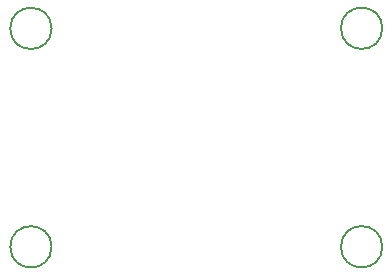
<source format=gbr>
%TF.GenerationSoftware,KiCad,Pcbnew,8.0.6*%
%TF.CreationDate,2024-12-14T19:22:35-05:00*%
%TF.ProjectId,dpx_pd_pooper,6470785f-7064-45f7-906f-6f7065722e6b,rev?*%
%TF.SameCoordinates,Original*%
%TF.FileFunction,Other,Comment*%
%FSLAX46Y46*%
G04 Gerber Fmt 4.6, Leading zero omitted, Abs format (unit mm)*
G04 Created by KiCad (PCBNEW 8.0.6) date 2024-12-14 19:22:35*
%MOMM*%
%LPD*%
G01*
G04 APERTURE LIST*
%ADD10C,0.150000*%
G04 APERTURE END LIST*
D10*
%TO.C,H4*%
X72750000Y-76490000D02*
G75*
G02*
X69250000Y-76490000I-1750000J0D01*
G01*
X69250000Y-76490000D02*
G75*
G02*
X72750000Y-76490000I1750000J0D01*
G01*
%TO.C,H3*%
X72750000Y-57990000D02*
G75*
G02*
X69250000Y-57990000I-1750000J0D01*
G01*
X69250000Y-57990000D02*
G75*
G02*
X72750000Y-57990000I1750000J0D01*
G01*
%TO.C,H2*%
X44750000Y-76500000D02*
G75*
G02*
X41250000Y-76500000I-1750000J0D01*
G01*
X41250000Y-76500000D02*
G75*
G02*
X44750000Y-76500000I1750000J0D01*
G01*
%TO.C,H1*%
X44750000Y-58000000D02*
G75*
G02*
X41250000Y-58000000I-1750000J0D01*
G01*
X41250000Y-58000000D02*
G75*
G02*
X44750000Y-58000000I1750000J0D01*
G01*
%TD*%
M02*

</source>
